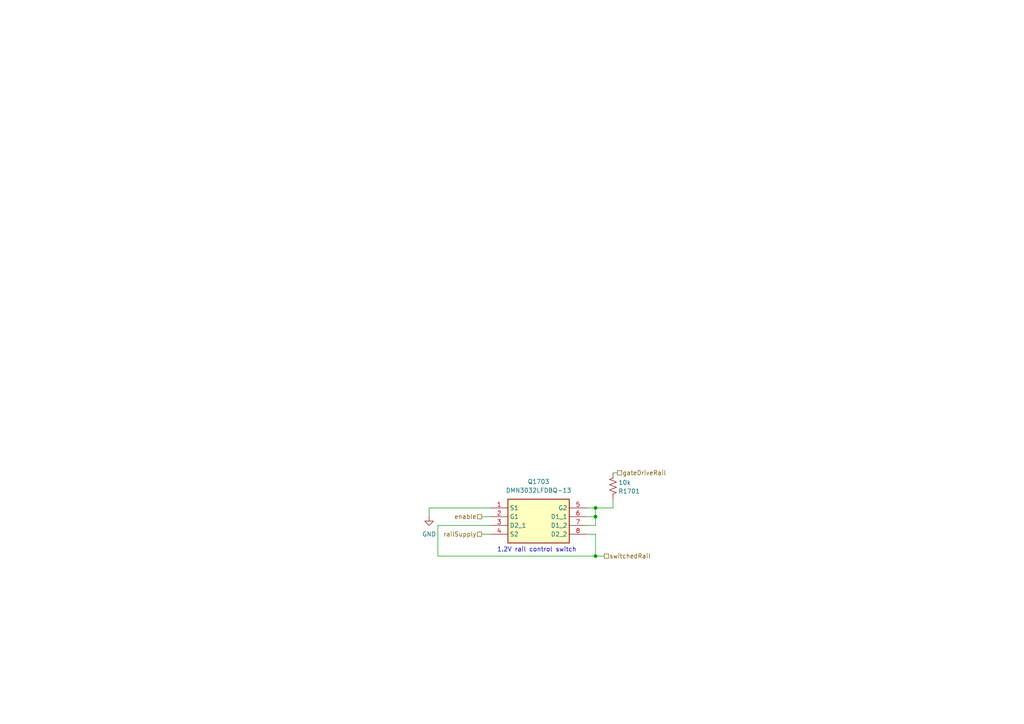
<source format=kicad_sch>
(kicad_sch (version 20250114) (generator "eeschema") (generator_version "9.0")
  (paper "A4")
  (lib_symbols
    (symbol "DMN3032LFDBQ-13:DMN3032LFDBQ-13"
      (property "Reference" "Q" (at 24.13 7.62 0))
      (property "Value" "DMN3032LFDBQ-13" (at 24.13 5.08 0))
      (symbol "DMN3032LFDBQ-13_1_1"
        (rectangle (start 5.08 2.54) (end 22.86 -10.16) (stroke (width 0.254)) (fill (type background)))
        (pin passive line (at 0 0 0) (length 5.08) (name "S1") (number "1"))
        (pin passive line (at 0 -2.54 0) (length 5.08) (name "G1") (number "2"))
        (pin passive line (at 0 -5.08 0) (length 5.08) (name "D2_1") (number "3"))
        (pin passive line (at 0 -7.62 0) (length 5.08) (name "S2") (number "4"))
        (pin passive line (at 27.94 0 180) (length 5.08) (name "G2") (number "5"))
        (pin passive line (at 27.94 -2.54 180) (length 5.08) (name "D1_1") (number "6"))
        (pin passive line (at 27.94 -5.08 180) (length 5.08) (name "D1_2") (number "7"))
        (pin passive line (at 27.94 -7.62 180) (length 5.08) (name "D2_2") (number "8"))
      )
    )
    (symbol "Device:R_US" (pin_numbers (hide yes)) (pin_names (offset 0))
      (property "Reference" "R" (at 2.54 0 90))
      (property "Value" "R_US" (at -2.54 0 90))
      (symbol "R_US_0_1"
        (polyline (pts (xy 0 2.286) (xy 0 2.54)))
        (polyline (pts (xy 0 2.286) (xy 1.016 1.905) (xy 0 1.524) (xy -1.016 1.143) (xy 0 0.762)))
        (polyline (pts (xy 0 0.762) (xy 1.016 0.381) (xy 0 0) (xy -1.016 -0.381) (xy 0 -0.762)))
        (polyline (pts (xy 0 -0.762) (xy 1.016 -1.143) (xy 0 -1.524) (xy -1.016 -1.905) (xy 0 -2.286)))
        (polyline (pts (xy 0 -2.286) (xy 0 -2.54)))
      )
      (symbol "R_US_1_1"
        (pin passive line (at 0 3.81 270) (length 1.27) (name "~") (number "1"))
        (pin passive line (at 0 -3.81 90) (length 1.27) (name "~") (number "2"))
      )
    )
    (symbol "power:GND" (power) (pin_numbers (hide yes)) (pin_names (offset 0) (hide yes))
      (property "Value" "GND" (at 0 -3.81 0))
      (symbol "GND_0_1"
        (polyline (pts (xy 0 0) (xy 0 -1.27) (xy 1.27 -1.27) (xy 0 -2.54) (xy -1.27 -1.27) (xy 0 -1.27)))
      )
      (symbol "GND_1_1"
        (pin power_in line (at 0 0 270) (length 0) (name "~") (number "1"))
      )
    )
  )
  (text "1.2V rail control switch" (at 155.702 159.512 0) (effects (font (size 1.27 1.27))))
  (junction (at 172.72 147.32))
  (junction (at 172.72 161.29))
  (junction (at 172.72 149.86))
  (wire (pts (xy 177.8 147.32) (xy 177.8 144.78)))
  (wire (pts (xy 127 152.4) (xy 142.24 152.4)))
  (wire (pts (xy 172.72 161.29) (xy 127 161.29)))
  (wire (pts (xy 172.72 161.29) (xy 175.26 161.29)))
  (wire (pts (xy 127 161.29) (xy 127 152.4)))
  (wire (pts (xy 172.72 147.32) (xy 177.8 147.32)))
  (wire (pts (xy 139.7 149.86) (xy 142.24 149.86)))
  (wire (pts (xy 172.72 152.4) (xy 172.72 149.86)))
  (wire (pts (xy 172.72 154.94) (xy 172.72 161.29)))
  (wire (pts (xy 124.46 147.32) (xy 142.24 147.32)))
  (wire (pts (xy 170.18 147.32) (xy 172.72 147.32)))
  (wire (pts (xy 170.18 154.94) (xy 172.72 154.94)))
  (wire (pts (xy 179.07 137.16) (xy 177.8 137.16)))
  (wire (pts (xy 170.18 149.86) (xy 172.72 149.86)))
  (wire (pts (xy 170.18 152.4) (xy 172.72 152.4)))
  (wire (pts (xy 172.72 149.86) (xy 172.72 147.32)))
  (wire (pts (xy 139.7 154.94) (xy 142.24 154.94)))
  (wire (pts (xy 124.46 149.86) (xy 124.46 147.32)))
  (hierarchical_label "enable" (shape passive) (at 139.7 149.86 180))
  (hierarchical_label "railSupply" (shape passive) (at 139.7 154.94 180))
  (hierarchical_label "switchedRail" (shape passive) (at 175.26 161.29 0))
  (hierarchical_label "gateDriveRail" (shape passive) (at 179.07 137.16 0))
  (symbol (lib_id "DMN3032LFDBQ-13:DMN3032LFDBQ-13") (at 142.24 147.32 0) (unit 1)
    (property "Reference" "Q1701" (at 156.21 139.7 0))
    (property "Value" "DMN3032LFDBQ-13" (at 156.21 142.24 0))
    (property "Footprint" "DMN3032LFDBQ13" (effects (hide yes)))
    (property "Datasheet" "https://www.diodes.com/assets/Datasheets/DMN3032LFDBQ.pdf" (effects (hide yes)))
    (property "Description" "Mosfet Array 2 N-Channel (Dual) 30V 6.2A (Ta) 1W Surface Mount U-DFN2020-6 (Type B)" (effects (hide yes)))
    (property "Height" "0.605" (effects (hide yes)))
    (property "Mouser Part Number" "621-DMN3032LFDBQ-13" (effects (hide yes)))
    (property "Mouser Price/Stock" "https://www.mouser.co.uk/ProductDetail/Diodes-Incorporated/DMN3032LFDBQ-13?qs=icAhCOE9Tbh4ep37eQESbg%3D%3D" (effects (hide yes)))
    (property "Manufacturer_Name" "Diodes Incorporated" (effects (hide yes)))
    (property "Manufacturer_Part_Number" "DMN3032LFDBQ-13" (effects (hide yes)))
    (instances (project "" (path "" (reference "Q1703") (unit 1)) (path "" (reference "Q1701") (unit 1))))
  )
  (symbol (lib_id "power:GND") (at 124.46 149.86 0) (unit 1)
    (property "Reference" "#PWR01701" (effects (hide yes)))
    (property "Value" "GND" (at 124.46 154.94 0))
    (property "Description" "Power symbol creates a global label with name \"GND\" , ground" (effects (hide yes)))
  )
  (symbol (lib_id "Device:R_US") (at 177.8 140.97 0) (mirror x) (unit 1)
    (property "Reference" "R1701" (at 179.324 142.494 0) (effects (justify left)))
    (property "Value" "10k" (at 179.324 139.954 0) (effects (justify left)))
    (property "Description" "Resistor, US symbol" (effects (hide yes)))
  )
)
</source>
